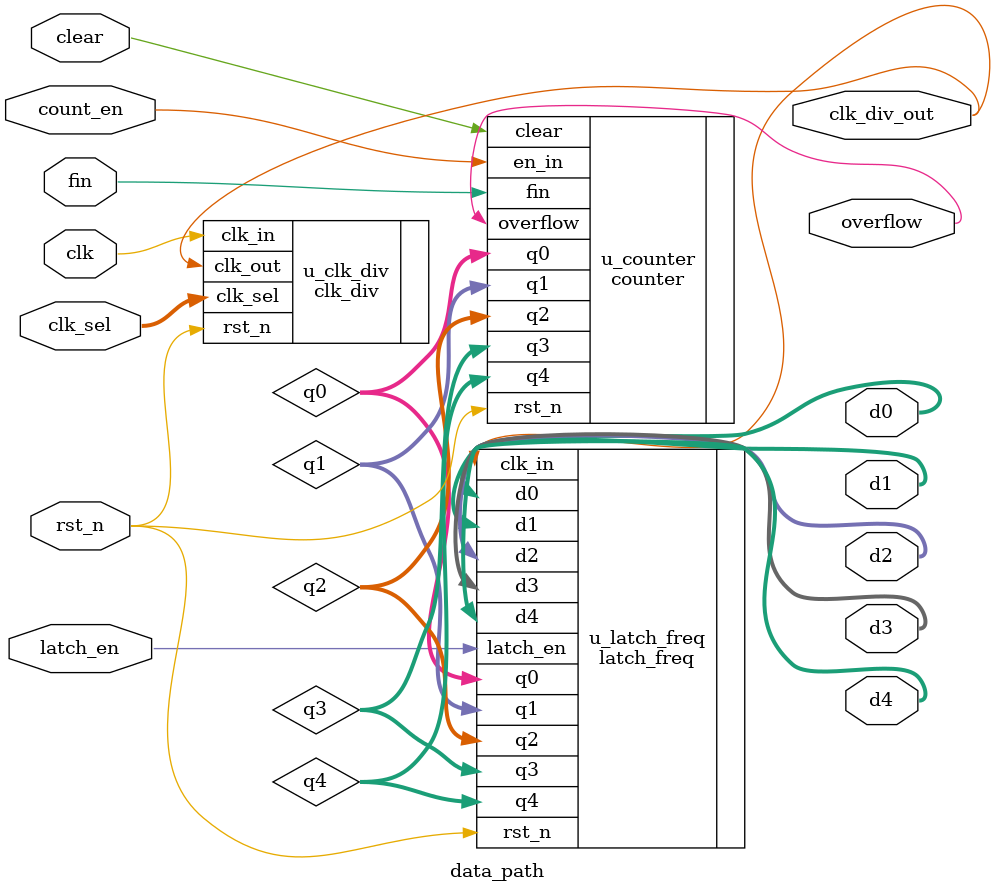
<source format=v>
`timescale 1ns / 1ps
module data_path(
    input wire          clk,            //10MHz
    input wire          rst_n,
    input wire          fin,            //´ý²âÐÅºÅ
    input wire [1:0]    clk_sel,
    input wire          count_en,
    input wire          clear,
    input wire          latch_en,
    
    output              clk_div_out,
    output              overflow,
    output [3:0]        d0,
    output [3:0]        d1,
    output [3:0]        d2,
    output [3:0]        d3,
    output [3:0]        d4
);

    wire [3:0] q0,q1,q2,q3,q4;

    clk_div  u_clk_div (
    .clk_in                  ( clk       ),
    .rst_n                   ( rst_n     ),
    .clk_sel                 ( clk_sel   ),

    .clk_out                 (clk_div_out)
    );

    counter  u_counter (
    .fin                     ( fin        ),
    .rst_n                   ( rst_n      ),
    .en_in                   ( count_en   ),
    .clear                   ( clear      ),

    .q0                      ( q0         ),
    .q1                      ( q1         ),
    .q2                      ( q2         ),
    .q3                      ( q3         ),
    .q4                      ( q4         ),
    .overflow                ( overflow   )
    );

    latch_freq  u_latch_freq (
    .clk_in                  ( clk_div_out),
    .rst_n                   ( rst_n      ),
    .latch_en                ( latch_en   ),
    .q0                      ( q0         ),
    .q1                      ( q1         ),
    .q2                      ( q2         ),
    .q3                      ( q3         ),
    .q4                      ( q4         ),

    .d0                      ( d0         ),
    .d1                      ( d1         ),
    .d2                      ( d2         ),
    .d3                      ( d3         ),
    .d4                      ( d4         )
    );

endmodule  //data_path
</source>
